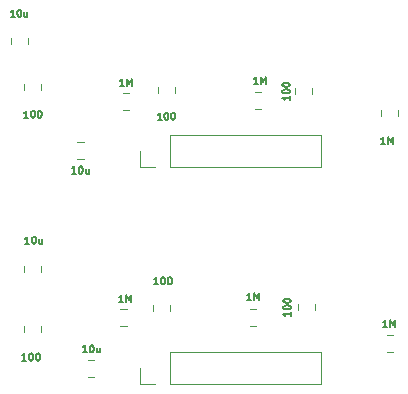
<source format=gto>
G04 #@! TF.GenerationSoftware,KiCad,Pcbnew,(6.0.0-rc1-dev-1521-g81a0ab4d7)*
G04 #@! TF.CreationDate,2019-02-16T01:33:36+09:00
G04 #@! TF.ProjectId,Linesens_mini,4c696e65-7365-46e7-935f-6d696e692e6b,rev?*
G04 #@! TF.SameCoordinates,Original*
G04 #@! TF.FileFunction,Legend,Top*
G04 #@! TF.FilePolarity,Positive*
%FSLAX46Y46*%
G04 Gerber Fmt 4.6, Leading zero omitted, Abs format (unit mm)*
G04 Created by KiCad (PCBNEW (6.0.0-rc1-dev-1521-g81a0ab4d7)) date 02/16/19 01:33:36*
%MOMM*%
%LPD*%
G04 APERTURE LIST*
%ADD10C,0.120000*%
%ADD11C,0.150000*%
G04 APERTURE END LIST*
D10*
X78118578Y-86720000D02*
X77601422Y-86720000D01*
X78118578Y-88140000D02*
X77601422Y-88140000D01*
X72160000Y-79251078D02*
X72160000Y-78733922D01*
X73580000Y-79251078D02*
X73580000Y-78733922D01*
X77196078Y-68290000D02*
X76678922Y-68290000D01*
X77196078Y-69710000D02*
X76678922Y-69710000D01*
X72500000Y-59411422D02*
X72500000Y-59928578D01*
X71080000Y-59411422D02*
X71080000Y-59928578D01*
X97305000Y-70355000D02*
X97305000Y-67695000D01*
X84545000Y-70355000D02*
X97305000Y-70355000D01*
X84545000Y-67695000D02*
X97305000Y-67695000D01*
X84545000Y-70355000D02*
X84545000Y-67695000D01*
X83275000Y-70355000D02*
X81945000Y-70355000D01*
X81945000Y-70355000D02*
X81945000Y-69025000D01*
X81945000Y-88730000D02*
X81945000Y-87400000D01*
X83275000Y-88730000D02*
X81945000Y-88730000D01*
X84545000Y-88730000D02*
X84545000Y-86070000D01*
X84545000Y-86070000D02*
X97305000Y-86070000D01*
X84545000Y-88730000D02*
X97305000Y-88730000D01*
X97305000Y-88730000D02*
X97305000Y-86070000D01*
X96540000Y-63701422D02*
X96540000Y-64218578D01*
X95120000Y-63701422D02*
X95120000Y-64218578D01*
X102360000Y-65518922D02*
X102360000Y-66036078D01*
X103780000Y-65518922D02*
X103780000Y-66036078D01*
X84940000Y-63603922D02*
X84940000Y-64121078D01*
X83520000Y-63603922D02*
X83520000Y-64121078D01*
X91733922Y-65450000D02*
X92251078Y-65450000D01*
X91733922Y-64030000D02*
X92251078Y-64030000D01*
X73610000Y-63343922D02*
X73610000Y-63861078D01*
X72190000Y-63343922D02*
X72190000Y-63861078D01*
X80543922Y-65530000D02*
X81061078Y-65530000D01*
X80543922Y-64110000D02*
X81061078Y-64110000D01*
X96810000Y-81993922D02*
X96810000Y-82511078D01*
X95390000Y-81993922D02*
X95390000Y-82511078D01*
X102878922Y-85990000D02*
X103396078Y-85990000D01*
X102878922Y-84570000D02*
X103396078Y-84570000D01*
X84530000Y-82011422D02*
X84530000Y-82528578D01*
X83110000Y-82011422D02*
X83110000Y-82528578D01*
X91317962Y-83803055D02*
X91835118Y-83803055D01*
X91317962Y-82383055D02*
X91835118Y-82383055D01*
X72140000Y-84346078D02*
X72140000Y-83828922D01*
X73560000Y-84346078D02*
X73560000Y-83828922D01*
X80317962Y-83813055D02*
X80835118Y-83813055D01*
X80317962Y-82393055D02*
X80835118Y-82393055D01*
D11*
X77474285Y-86051428D02*
X77131428Y-86051428D01*
X77302857Y-86051428D02*
X77302857Y-85451428D01*
X77245714Y-85537142D01*
X77188571Y-85594285D01*
X77131428Y-85622857D01*
X77845714Y-85451428D02*
X77902857Y-85451428D01*
X77960000Y-85480000D01*
X77988571Y-85508571D01*
X78017142Y-85565714D01*
X78045714Y-85680000D01*
X78045714Y-85822857D01*
X78017142Y-85937142D01*
X77988571Y-85994285D01*
X77960000Y-86022857D01*
X77902857Y-86051428D01*
X77845714Y-86051428D01*
X77788571Y-86022857D01*
X77760000Y-85994285D01*
X77731428Y-85937142D01*
X77702857Y-85822857D01*
X77702857Y-85680000D01*
X77731428Y-85565714D01*
X77760000Y-85508571D01*
X77788571Y-85480000D01*
X77845714Y-85451428D01*
X78560000Y-85651428D02*
X78560000Y-86051428D01*
X78302857Y-85651428D02*
X78302857Y-85965714D01*
X78331428Y-86022857D01*
X78388571Y-86051428D01*
X78474285Y-86051428D01*
X78531428Y-86022857D01*
X78560000Y-85994285D01*
X72594285Y-76861428D02*
X72251428Y-76861428D01*
X72422857Y-76861428D02*
X72422857Y-76261428D01*
X72365714Y-76347142D01*
X72308571Y-76404285D01*
X72251428Y-76432857D01*
X72965714Y-76261428D02*
X73022857Y-76261428D01*
X73080000Y-76290000D01*
X73108571Y-76318571D01*
X73137142Y-76375714D01*
X73165714Y-76490000D01*
X73165714Y-76632857D01*
X73137142Y-76747142D01*
X73108571Y-76804285D01*
X73080000Y-76832857D01*
X73022857Y-76861428D01*
X72965714Y-76861428D01*
X72908571Y-76832857D01*
X72880000Y-76804285D01*
X72851428Y-76747142D01*
X72822857Y-76632857D01*
X72822857Y-76490000D01*
X72851428Y-76375714D01*
X72880000Y-76318571D01*
X72908571Y-76290000D01*
X72965714Y-76261428D01*
X73680000Y-76461428D02*
X73680000Y-76861428D01*
X73422857Y-76461428D02*
X73422857Y-76775714D01*
X73451428Y-76832857D01*
X73508571Y-76861428D01*
X73594285Y-76861428D01*
X73651428Y-76832857D01*
X73680000Y-76804285D01*
X76551785Y-70921428D02*
X76208928Y-70921428D01*
X76380357Y-70921428D02*
X76380357Y-70321428D01*
X76323214Y-70407142D01*
X76266071Y-70464285D01*
X76208928Y-70492857D01*
X76923214Y-70321428D02*
X76980357Y-70321428D01*
X77037500Y-70350000D01*
X77066071Y-70378571D01*
X77094642Y-70435714D01*
X77123214Y-70550000D01*
X77123214Y-70692857D01*
X77094642Y-70807142D01*
X77066071Y-70864285D01*
X77037500Y-70892857D01*
X76980357Y-70921428D01*
X76923214Y-70921428D01*
X76866071Y-70892857D01*
X76837500Y-70864285D01*
X76808928Y-70807142D01*
X76780357Y-70692857D01*
X76780357Y-70550000D01*
X76808928Y-70435714D01*
X76837500Y-70378571D01*
X76866071Y-70350000D01*
X76923214Y-70321428D01*
X77637500Y-70521428D02*
X77637500Y-70921428D01*
X77380357Y-70521428D02*
X77380357Y-70835714D01*
X77408928Y-70892857D01*
X77466071Y-70921428D01*
X77551785Y-70921428D01*
X77608928Y-70892857D01*
X77637500Y-70864285D01*
X71364285Y-57651428D02*
X71021428Y-57651428D01*
X71192857Y-57651428D02*
X71192857Y-57051428D01*
X71135714Y-57137142D01*
X71078571Y-57194285D01*
X71021428Y-57222857D01*
X71735714Y-57051428D02*
X71792857Y-57051428D01*
X71850000Y-57080000D01*
X71878571Y-57108571D01*
X71907142Y-57165714D01*
X71935714Y-57280000D01*
X71935714Y-57422857D01*
X71907142Y-57537142D01*
X71878571Y-57594285D01*
X71850000Y-57622857D01*
X71792857Y-57651428D01*
X71735714Y-57651428D01*
X71678571Y-57622857D01*
X71650000Y-57594285D01*
X71621428Y-57537142D01*
X71592857Y-57422857D01*
X71592857Y-57280000D01*
X71621428Y-57165714D01*
X71650000Y-57108571D01*
X71678571Y-57080000D01*
X71735714Y-57051428D01*
X72450000Y-57251428D02*
X72450000Y-57651428D01*
X72192857Y-57251428D02*
X72192857Y-57565714D01*
X72221428Y-57622857D01*
X72278571Y-57651428D01*
X72364285Y-57651428D01*
X72421428Y-57622857D01*
X72450000Y-57594285D01*
X94641428Y-64360000D02*
X94641428Y-64702857D01*
X94641428Y-64531428D02*
X94041428Y-64531428D01*
X94127142Y-64588571D01*
X94184285Y-64645714D01*
X94212857Y-64702857D01*
X94041428Y-63988571D02*
X94041428Y-63931428D01*
X94070000Y-63874285D01*
X94098571Y-63845714D01*
X94155714Y-63817142D01*
X94270000Y-63788571D01*
X94412857Y-63788571D01*
X94527142Y-63817142D01*
X94584285Y-63845714D01*
X94612857Y-63874285D01*
X94641428Y-63931428D01*
X94641428Y-63988571D01*
X94612857Y-64045714D01*
X94584285Y-64074285D01*
X94527142Y-64102857D01*
X94412857Y-64131428D01*
X94270000Y-64131428D01*
X94155714Y-64102857D01*
X94098571Y-64074285D01*
X94070000Y-64045714D01*
X94041428Y-63988571D01*
X94041428Y-63417142D02*
X94041428Y-63360000D01*
X94070000Y-63302857D01*
X94098571Y-63274285D01*
X94155714Y-63245714D01*
X94270000Y-63217142D01*
X94412857Y-63217142D01*
X94527142Y-63245714D01*
X94584285Y-63274285D01*
X94612857Y-63302857D01*
X94641428Y-63360000D01*
X94641428Y-63417142D01*
X94612857Y-63474285D01*
X94584285Y-63502857D01*
X94527142Y-63531428D01*
X94412857Y-63560000D01*
X94270000Y-63560000D01*
X94155714Y-63531428D01*
X94098571Y-63502857D01*
X94070000Y-63474285D01*
X94041428Y-63417142D01*
X102738571Y-68391428D02*
X102395714Y-68391428D01*
X102567142Y-68391428D02*
X102567142Y-67791428D01*
X102510000Y-67877142D01*
X102452857Y-67934285D01*
X102395714Y-67962857D01*
X102995714Y-68391428D02*
X102995714Y-67791428D01*
X103195714Y-68220000D01*
X103395714Y-67791428D01*
X103395714Y-68391428D01*
X83810000Y-66361428D02*
X83467142Y-66361428D01*
X83638571Y-66361428D02*
X83638571Y-65761428D01*
X83581428Y-65847142D01*
X83524285Y-65904285D01*
X83467142Y-65932857D01*
X84181428Y-65761428D02*
X84238571Y-65761428D01*
X84295714Y-65790000D01*
X84324285Y-65818571D01*
X84352857Y-65875714D01*
X84381428Y-65990000D01*
X84381428Y-66132857D01*
X84352857Y-66247142D01*
X84324285Y-66304285D01*
X84295714Y-66332857D01*
X84238571Y-66361428D01*
X84181428Y-66361428D01*
X84124285Y-66332857D01*
X84095714Y-66304285D01*
X84067142Y-66247142D01*
X84038571Y-66132857D01*
X84038571Y-65990000D01*
X84067142Y-65875714D01*
X84095714Y-65818571D01*
X84124285Y-65790000D01*
X84181428Y-65761428D01*
X84752857Y-65761428D02*
X84810000Y-65761428D01*
X84867142Y-65790000D01*
X84895714Y-65818571D01*
X84924285Y-65875714D01*
X84952857Y-65990000D01*
X84952857Y-66132857D01*
X84924285Y-66247142D01*
X84895714Y-66304285D01*
X84867142Y-66332857D01*
X84810000Y-66361428D01*
X84752857Y-66361428D01*
X84695714Y-66332857D01*
X84667142Y-66304285D01*
X84638571Y-66247142D01*
X84610000Y-66132857D01*
X84610000Y-65990000D01*
X84638571Y-65875714D01*
X84667142Y-65818571D01*
X84695714Y-65790000D01*
X84752857Y-65761428D01*
X91958571Y-63321428D02*
X91615714Y-63321428D01*
X91787142Y-63321428D02*
X91787142Y-62721428D01*
X91730000Y-62807142D01*
X91672857Y-62864285D01*
X91615714Y-62892857D01*
X92215714Y-63321428D02*
X92215714Y-62721428D01*
X92415714Y-63150000D01*
X92615714Y-62721428D01*
X92615714Y-63321428D01*
X72520000Y-66201428D02*
X72177142Y-66201428D01*
X72348571Y-66201428D02*
X72348571Y-65601428D01*
X72291428Y-65687142D01*
X72234285Y-65744285D01*
X72177142Y-65772857D01*
X72891428Y-65601428D02*
X72948571Y-65601428D01*
X73005714Y-65630000D01*
X73034285Y-65658571D01*
X73062857Y-65715714D01*
X73091428Y-65830000D01*
X73091428Y-65972857D01*
X73062857Y-66087142D01*
X73034285Y-66144285D01*
X73005714Y-66172857D01*
X72948571Y-66201428D01*
X72891428Y-66201428D01*
X72834285Y-66172857D01*
X72805714Y-66144285D01*
X72777142Y-66087142D01*
X72748571Y-65972857D01*
X72748571Y-65830000D01*
X72777142Y-65715714D01*
X72805714Y-65658571D01*
X72834285Y-65630000D01*
X72891428Y-65601428D01*
X73462857Y-65601428D02*
X73520000Y-65601428D01*
X73577142Y-65630000D01*
X73605714Y-65658571D01*
X73634285Y-65715714D01*
X73662857Y-65830000D01*
X73662857Y-65972857D01*
X73634285Y-66087142D01*
X73605714Y-66144285D01*
X73577142Y-66172857D01*
X73520000Y-66201428D01*
X73462857Y-66201428D01*
X73405714Y-66172857D01*
X73377142Y-66144285D01*
X73348571Y-66087142D01*
X73320000Y-65972857D01*
X73320000Y-65830000D01*
X73348571Y-65715714D01*
X73377142Y-65658571D01*
X73405714Y-65630000D01*
X73462857Y-65601428D01*
X80618571Y-63491428D02*
X80275714Y-63491428D01*
X80447142Y-63491428D02*
X80447142Y-62891428D01*
X80390000Y-62977142D01*
X80332857Y-63034285D01*
X80275714Y-63062857D01*
X80875714Y-63491428D02*
X80875714Y-62891428D01*
X81075714Y-63320000D01*
X81275714Y-62891428D01*
X81275714Y-63491428D01*
X94721428Y-82652500D02*
X94721428Y-82995357D01*
X94721428Y-82823928D02*
X94121428Y-82823928D01*
X94207142Y-82881071D01*
X94264285Y-82938214D01*
X94292857Y-82995357D01*
X94121428Y-82281071D02*
X94121428Y-82223928D01*
X94150000Y-82166785D01*
X94178571Y-82138214D01*
X94235714Y-82109642D01*
X94350000Y-82081071D01*
X94492857Y-82081071D01*
X94607142Y-82109642D01*
X94664285Y-82138214D01*
X94692857Y-82166785D01*
X94721428Y-82223928D01*
X94721428Y-82281071D01*
X94692857Y-82338214D01*
X94664285Y-82366785D01*
X94607142Y-82395357D01*
X94492857Y-82423928D01*
X94350000Y-82423928D01*
X94235714Y-82395357D01*
X94178571Y-82366785D01*
X94150000Y-82338214D01*
X94121428Y-82281071D01*
X94121428Y-81709642D02*
X94121428Y-81652500D01*
X94150000Y-81595357D01*
X94178571Y-81566785D01*
X94235714Y-81538214D01*
X94350000Y-81509642D01*
X94492857Y-81509642D01*
X94607142Y-81538214D01*
X94664285Y-81566785D01*
X94692857Y-81595357D01*
X94721428Y-81652500D01*
X94721428Y-81709642D01*
X94692857Y-81766785D01*
X94664285Y-81795357D01*
X94607142Y-81823928D01*
X94492857Y-81852500D01*
X94350000Y-81852500D01*
X94235714Y-81823928D01*
X94178571Y-81795357D01*
X94150000Y-81766785D01*
X94121428Y-81709642D01*
X102908571Y-83931428D02*
X102565714Y-83931428D01*
X102737142Y-83931428D02*
X102737142Y-83331428D01*
X102680000Y-83417142D01*
X102622857Y-83474285D01*
X102565714Y-83502857D01*
X103165714Y-83931428D02*
X103165714Y-83331428D01*
X103365714Y-83760000D01*
X103565714Y-83331428D01*
X103565714Y-83931428D01*
X83530000Y-80291428D02*
X83187142Y-80291428D01*
X83358571Y-80291428D02*
X83358571Y-79691428D01*
X83301428Y-79777142D01*
X83244285Y-79834285D01*
X83187142Y-79862857D01*
X83901428Y-79691428D02*
X83958571Y-79691428D01*
X84015714Y-79720000D01*
X84044285Y-79748571D01*
X84072857Y-79805714D01*
X84101428Y-79920000D01*
X84101428Y-80062857D01*
X84072857Y-80177142D01*
X84044285Y-80234285D01*
X84015714Y-80262857D01*
X83958571Y-80291428D01*
X83901428Y-80291428D01*
X83844285Y-80262857D01*
X83815714Y-80234285D01*
X83787142Y-80177142D01*
X83758571Y-80062857D01*
X83758571Y-79920000D01*
X83787142Y-79805714D01*
X83815714Y-79748571D01*
X83844285Y-79720000D01*
X83901428Y-79691428D01*
X84472857Y-79691428D02*
X84530000Y-79691428D01*
X84587142Y-79720000D01*
X84615714Y-79748571D01*
X84644285Y-79805714D01*
X84672857Y-79920000D01*
X84672857Y-80062857D01*
X84644285Y-80177142D01*
X84615714Y-80234285D01*
X84587142Y-80262857D01*
X84530000Y-80291428D01*
X84472857Y-80291428D01*
X84415714Y-80262857D01*
X84387142Y-80234285D01*
X84358571Y-80177142D01*
X84330000Y-80062857D01*
X84330000Y-79920000D01*
X84358571Y-79805714D01*
X84387142Y-79748571D01*
X84415714Y-79720000D01*
X84472857Y-79691428D01*
X91398571Y-81631428D02*
X91055714Y-81631428D01*
X91227142Y-81631428D02*
X91227142Y-81031428D01*
X91170000Y-81117142D01*
X91112857Y-81174285D01*
X91055714Y-81202857D01*
X91655714Y-81631428D02*
X91655714Y-81031428D01*
X91855714Y-81460000D01*
X92055714Y-81031428D01*
X92055714Y-81631428D01*
X72360000Y-86751428D02*
X72017142Y-86751428D01*
X72188571Y-86751428D02*
X72188571Y-86151428D01*
X72131428Y-86237142D01*
X72074285Y-86294285D01*
X72017142Y-86322857D01*
X72731428Y-86151428D02*
X72788571Y-86151428D01*
X72845714Y-86180000D01*
X72874285Y-86208571D01*
X72902857Y-86265714D01*
X72931428Y-86380000D01*
X72931428Y-86522857D01*
X72902857Y-86637142D01*
X72874285Y-86694285D01*
X72845714Y-86722857D01*
X72788571Y-86751428D01*
X72731428Y-86751428D01*
X72674285Y-86722857D01*
X72645714Y-86694285D01*
X72617142Y-86637142D01*
X72588571Y-86522857D01*
X72588571Y-86380000D01*
X72617142Y-86265714D01*
X72645714Y-86208571D01*
X72674285Y-86180000D01*
X72731428Y-86151428D01*
X73302857Y-86151428D02*
X73360000Y-86151428D01*
X73417142Y-86180000D01*
X73445714Y-86208571D01*
X73474285Y-86265714D01*
X73502857Y-86380000D01*
X73502857Y-86522857D01*
X73474285Y-86637142D01*
X73445714Y-86694285D01*
X73417142Y-86722857D01*
X73360000Y-86751428D01*
X73302857Y-86751428D01*
X73245714Y-86722857D01*
X73217142Y-86694285D01*
X73188571Y-86637142D01*
X73160000Y-86522857D01*
X73160000Y-86380000D01*
X73188571Y-86265714D01*
X73217142Y-86208571D01*
X73245714Y-86180000D01*
X73302857Y-86151428D01*
X80558571Y-81801428D02*
X80215714Y-81801428D01*
X80387142Y-81801428D02*
X80387142Y-81201428D01*
X80330000Y-81287142D01*
X80272857Y-81344285D01*
X80215714Y-81372857D01*
X80815714Y-81801428D02*
X80815714Y-81201428D01*
X81015714Y-81630000D01*
X81215714Y-81201428D01*
X81215714Y-81801428D01*
M02*

</source>
